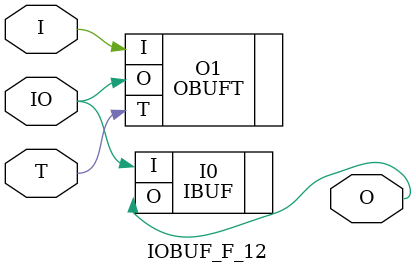
<source format=v>


`timescale  1 ps / 1 ps


module IOBUF_F_12 (O, IO, I, T);

    output O;

    inout  IO;

    input  I, T;

        OBUFT #( .SLEW("FAST"), .DRIVE(12)) O1 (.O(IO), .I(I), .T(T)); 
	IBUF #(.IOSTANDARD("DEFAULT"))  I0 (.O(O), .I(IO));
        

endmodule



</source>
